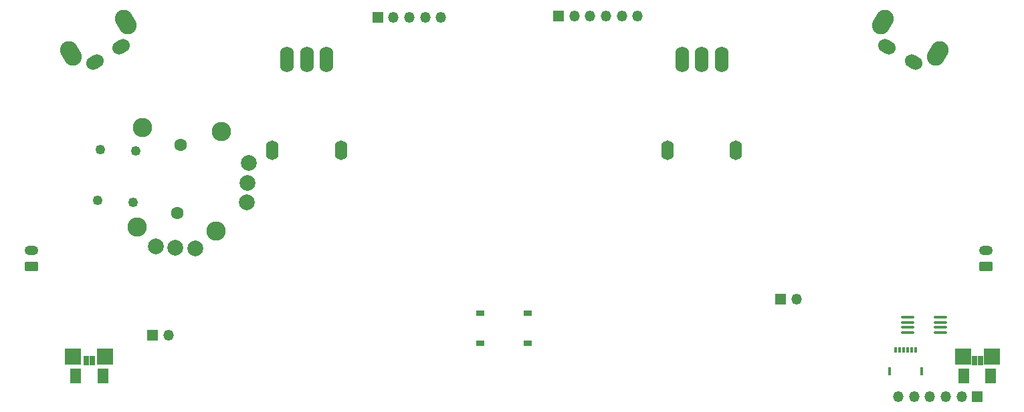
<source format=gbr>
%TF.GenerationSoftware,KiCad,Pcbnew,8.0.2*%
%TF.CreationDate,2024-10-28T19:38:45-07:00*%
%TF.ProjectId,UGC_OpenMain,5547435f-4f70-4656-9e4d-61696e2e6b69,rev?*%
%TF.SameCoordinates,Original*%
%TF.FileFunction,Soldermask,Bot*%
%TF.FilePolarity,Negative*%
%FSLAX46Y46*%
G04 Gerber Fmt 4.6, Leading zero omitted, Abs format (unit mm)*
G04 Created by KiCad (PCBNEW 8.0.2) date 2024-10-28 19:38:45*
%MOMM*%
%LPD*%
G01*
G04 APERTURE LIST*
G04 Aperture macros list*
%AMRoundRect*
0 Rectangle with rounded corners*
0 $1 Rounding radius*
0 $2 $3 $4 $5 $6 $7 $8 $9 X,Y pos of 4 corners*
0 Add a 4 corners polygon primitive as box body*
4,1,4,$2,$3,$4,$5,$6,$7,$8,$9,$2,$3,0*
0 Add four circle primitives for the rounded corners*
1,1,$1+$1,$2,$3*
1,1,$1+$1,$4,$5*
1,1,$1+$1,$6,$7*
1,1,$1+$1,$8,$9*
0 Add four rect primitives between the rounded corners*
20,1,$1+$1,$2,$3,$4,$5,0*
20,1,$1+$1,$4,$5,$6,$7,0*
20,1,$1+$1,$6,$7,$8,$9,0*
20,1,$1+$1,$8,$9,$2,$3,0*%
%AMHorizOval*
0 Thick line with rounded ends*
0 $1 width*
0 $2 $3 position (X,Y) of the first rounded end (center of the circle)*
0 $4 $5 position (X,Y) of the second rounded end (center of the circle)*
0 Add line between two ends*
20,1,$1,$2,$3,$4,$5,0*
0 Add two circle primitives to create the rounded ends*
1,1,$1,$2,$3*
1,1,$1,$4,$5*%
G04 Aperture macros list end*
%ADD10O,1.350000X1.350000*%
%ADD11R,1.350000X1.350000*%
%ADD12C,2.000000*%
%ADD13C,1.250000*%
%ADD14C,2.450000*%
%ADD15C,1.600000*%
%ADD16HorizOval,1.700000X0.259808X0.150000X-0.259808X-0.150000X0*%
%ADD17HorizOval,2.250000X-0.250000X0.433013X0.250000X-0.433013X0*%
%ADD18HorizOval,1.700000X0.259808X-0.150000X-0.259808X0.150000X0*%
%ADD19HorizOval,2.250000X-0.250000X-0.433013X0.250000X0.433013X0*%
%ADD20R,1.000000X0.750000*%
%ADD21O,1.772000X3.250000*%
%ADD22R,2.000000X2.000000*%
%ADD23RoundRect,0.102000X0.600000X0.850000X-0.600000X0.850000X-0.600000X-0.850000X0.600000X-0.850000X0*%
%ADD24RoundRect,0.102000X0.250000X0.500000X-0.250000X0.500000X-0.250000X-0.500000X0.250000X-0.500000X0*%
%ADD25O,1.750000X1.200000*%
%ADD26RoundRect,0.250000X0.625000X-0.350000X0.625000X0.350000X-0.625000X0.350000X-0.625000X-0.350000X0*%
%ADD27R,0.300000X1.000000*%
%ADD28R,0.300000X0.700000*%
%ADD29O,1.600000X2.500000*%
%ADD30RoundRect,0.100000X0.712500X0.100000X-0.712500X0.100000X-0.712500X-0.100000X0.712500X-0.100000X0*%
G04 APERTURE END LIST*
D10*
%TO.C,J8*%
X255457200Y-131775200D03*
D11*
X253457200Y-131775200D03*
%TD*%
D12*
%TO.C,SW6*%
X186152579Y-114543149D03*
X186021739Y-117039723D03*
X185890899Y-119536297D03*
X179374913Y-125403317D03*
X176878339Y-125272477D03*
X174381765Y-125141637D03*
D13*
X167027480Y-119298736D03*
X167367664Y-112807644D03*
X171521313Y-119534248D03*
X171861497Y-113043156D03*
D14*
X181995785Y-123162412D03*
X182657835Y-110529748D03*
D15*
X177108617Y-120878507D03*
X177558707Y-112290293D03*
D14*
X172009489Y-122639052D03*
X172671539Y-110006388D03*
%TD*%
D16*
%TO.C,SW7*%
X170020963Y-99834400D03*
X166643465Y-101784400D03*
D17*
X170546316Y-96644336D03*
X163618112Y-100644336D03*
%TD*%
D18*
%TO.C,SW8*%
X270323849Y-101784400D03*
X266946351Y-99834400D03*
D19*
X273349202Y-100644336D03*
X266420998Y-96644336D03*
%TD*%
D10*
%TO.C,J4*%
X268380200Y-144195800D03*
X270380200Y-144195800D03*
X272380200Y-144195800D03*
X274380200Y-144195800D03*
X276380200Y-144195800D03*
D11*
X278380200Y-144195800D03*
%TD*%
D10*
%TO.C,J9*%
X175955200Y-136347200D03*
D11*
X173955200Y-136347200D03*
%TD*%
D20*
%TO.C,SW14*%
X215483657Y-137359400D03*
X221483657Y-137359400D03*
X215483657Y-133609400D03*
X221483657Y-133609400D03*
%TD*%
D21*
%TO.C,S6*%
X245983657Y-101434400D03*
%TD*%
D22*
%TO.C,TP7*%
X163931600Y-139090400D03*
%TD*%
D21*
%TO.C,S4*%
X243483657Y-101434400D03*
%TD*%
%TO.C,S3*%
X195983657Y-101434400D03*
%TD*%
D23*
%TO.C,J10*%
X164263600Y-141514800D03*
X167663600Y-141514800D03*
D24*
X165563600Y-139564800D03*
X166363600Y-139564800D03*
%TD*%
D10*
%TO.C,J3*%
X235378000Y-95905000D03*
X233378000Y-95905000D03*
X231378000Y-95905000D03*
X229378000Y-95905000D03*
X227378000Y-95905000D03*
D11*
X225378000Y-95905000D03*
%TD*%
D22*
%TO.C,TP1*%
X276555200Y-139090400D03*
%TD*%
%TO.C,TP6*%
X167995600Y-139065000D03*
%TD*%
D25*
%TO.C,J7*%
X279501600Y-125635000D03*
D26*
X279501600Y-127635000D03*
%TD*%
D21*
%TO.C,S5*%
X240983657Y-101434400D03*
%TD*%
D27*
%TO.C,J13*%
X267250800Y-140926200D03*
X271330800Y-140926200D03*
D28*
X268040800Y-138276200D03*
X268540800Y-138276200D03*
X269040800Y-138276200D03*
X269540800Y-138276200D03*
X270040800Y-138276200D03*
X270540800Y-138276200D03*
%TD*%
D29*
%TO.C,RV2*%
X239133657Y-112934400D03*
X247833657Y-112934400D03*
%TD*%
D22*
%TO.C,TP2*%
X280199742Y-139096669D03*
%TD*%
D23*
%TO.C,J1*%
X276684000Y-141514800D03*
X280084000Y-141514800D03*
D24*
X277984000Y-139564800D03*
X278784000Y-139564800D03*
%TD*%
D25*
%TO.C,J6*%
X158623000Y-125635000D03*
D26*
X158623000Y-127635000D03*
%TD*%
D30*
%TO.C,U7*%
X269515100Y-134102200D03*
X269515100Y-134752200D03*
X269515100Y-135402200D03*
X269515100Y-136052200D03*
X273740100Y-136052200D03*
X273740100Y-135402200D03*
X273740100Y-134752200D03*
X273740100Y-134102200D03*
%TD*%
D29*
%TO.C,RV1*%
X189133657Y-112934400D03*
X197833657Y-112934400D03*
%TD*%
D21*
%TO.C,S1*%
X193483657Y-101434400D03*
%TD*%
%TO.C,S2*%
X190983657Y-101434400D03*
%TD*%
D10*
%TO.C,J11*%
X210467500Y-96113000D03*
X208467500Y-96113000D03*
X206467500Y-96113000D03*
X204467500Y-96113000D03*
D11*
X202467500Y-96113000D03*
%TD*%
M02*

</source>
